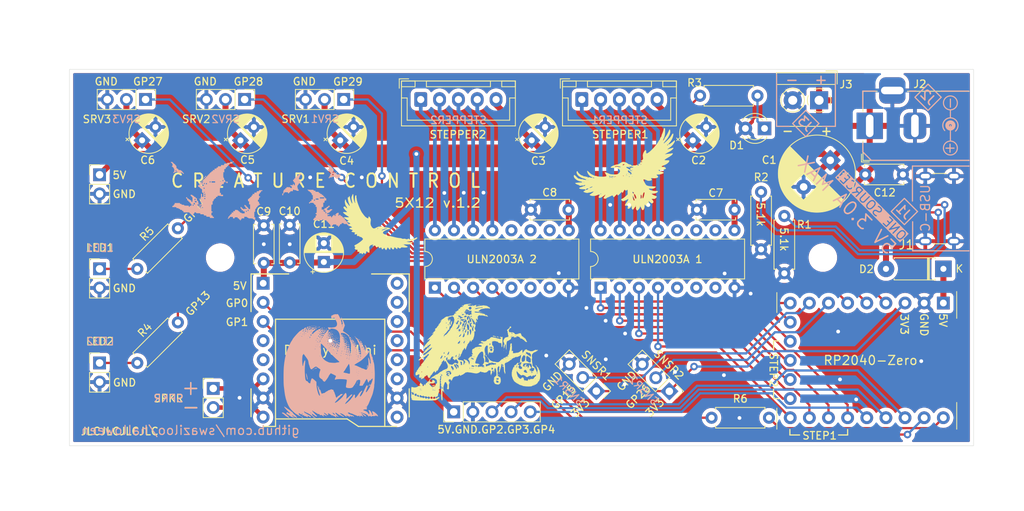
<source format=kicad_pcb>
(kicad_pcb (version 20241229) (generator "pcbnew") (generator_version "9.0")
  (layers (0 "F.Cu" signal) (2 "B.Cu" signal) (13 "F.Paste" user) (15 "B.Paste" user) (5 "F.SilkS" user "F.Silkscreen") (7 "B.SilkS" user "B.Silkscreen") (1 "F.Mask" user) (3 "B.Mask" user) (25 "Edge.Cuts" user))
  (net 0 "")
  (net 1 "5V")
  (net 2 "GND")
  (net 3 "3V3")
  (net 4 "GP0")
  (net 5 "GP1")
  (net 6 "GP2")
  (net 7 "GP3")
  (net 8 "GP4")
  (net 9 "GP5")
  (net 10 "GP6")
  (net 11 "GP7")
  (net 12 "GP8")
  (net 13 "GP9")
  (net 14 "GP10")
  (net 15 "GP11")
  (net 16 "GP12")
  (net 17 "GP13")
  (net 18 "GP14")
  (net 19 "GP15")
  (net 20 "GP26")
  (net 21 "GP27")
  (net 22 "GP28")
  (net 23 "GP29")
  (net 24 "SPKR+")
  (net 25 "SPKR-")
  (net 26 "LED1")
  (net 27 "LED2")
  (net 28 "S1-1")
  (net 29 "S1-2")
  (net 30 "S1-3")
  (net 31 "S1-4")
  (net 32 "S2-1")
  (net 33 "S2-2")
  (net 34 "S2-3")
  (net 35 "S2-4")
  (net 36 "RP-5V")
  (net 37 "D1")
  (net 38 "A5")
  (net 39 "B5")
  (net 40 "DFRX")
  (footprint "Connector_JST:JST_XH_B5B-XH-A_1x05_P2.50mm_Vertical" (layer "F.Cu") (at 126.625 34)
    (property "Reference" "STEPPER2")
    (property "Value" "JST_XH_B5B-XH-A_1x05_P2.50mm_Vertical")
  )
  (footprint "Capacitor_THT:C_Disc_D5.0mm_W2.5mm_P5.00mm" (layer "F.Cu") (at 105.791375 55.7121 90)
    (property "Reference" "C9")
    (property "Value" "C_Disc_D5.0mm_W2.5mm_P5.00mm")
  )
  (footprint "Connector_PinHeader_2.54mm:PinHeader_1x02_P2.54mm_Vertical" (layer "F.Cu") (at 84 69)
    (property "Reference" "LED2")
    (property "Value" "PinHeader_1x02_P2.54mm_Vertical")
  )
  (footprint "Resistor_THT:R_Axial_DIN0207_L6.3mm_D2.5mm_P7.62mm_Horizontal" (layer "F.Cu") (at 89 69 45)
    (property "Reference" "R4")
    (property "Value" "2.2 kΩ")
  )
  (footprint "Connector_PinHeader_2.54mm:PinHeader_1x03_P2.54mm_Vertical" (layer "F.Cu") (at 103.25 34 -90)
    (property "Reference" "SRV2")
    (property "Value" "PinHeader_1x03_P2.54mm_Vertical")
  )
  (footprint "Capacitor_THT:CP_Radial_D5.0mm_P2.50mm" (layer "F.Cu") (at 115.933411 39.426548 45)
    (property "Reference" "C4")
    (property "Value" "CP_Radial_D5.0mm_P2.50mm")
  )
  (footprint "TerminalBlock_4Ucon:TerminalBlock_4Ucon_1x02_P3.50mm_Horizontal" (layer "F.Cu") (at 179.5 34.102759 180)
    (property "Reference" "J3")
    (property "Value" "TerminalBlock_4Ucon_1x02_P3.50mm_Horizontal")
  )
  (footprint "Capacitor_THT:C_Disc_D5.0mm_W2.5mm_P5.00mm" (layer "F.Cu") (at 146.241188 48.64 180)
    (property "Reference" "C8")
    (property "Value" "10nf")
  )
  (footprint "LED_THT:LED_D3.0mm" (layer "F.Cu") (at 172.256099 37.842402 180)
    (property "Reference" "D1")
    (property "Value" "LED_D3.0mm")
  )
  (footprint "cayenne:DFPlayer Mini" (layer "F.Cu") (at 114.599377 67.306729)
    (property "Reference" "DFPlayer Mini")
    (property "Value" "DFPlayer Mini")
  )
  (footprint "Connector_PinHeader_2.54mm:PinHeader_1x02_P2.54mm_Vertical" (layer "F.Cu") (at 99.083789 72.386729)
    (property "Reference" "SPKR")
    (property "Value" "PinHeader_1x02_P2.54mm_Vertical")
  )
  (footprint "Resistor_THT:R_Axial_DIN0207_L6.3mm_D2.5mm_P7.62mm_Horizontal" (layer "F.Cu") (at 163.7 33.5)
    (property "Reference" "R3")
    (property "Value" "2.2 kΩ")
  )
  (footprint "Resistor_THT:R_Axial_DIN0207_L6.3mm_D2.5mm_P7.62mm_Horizontal" (layer "F.Cu") (at 174.883715 57.093486 90)
    (property "Reference" "R1")
    (property "Value" "5.1 kΩ" (hide yes))
  )
  (footprint "Capacitor_THT:C_Disc_D5.0mm_W2.5mm_P5.00mm" (layer "F.Cu") (at 185.624178 43.958515)
    (property "Reference" "C12")
    (property "Value" "C_Disc_D5.0mm_W2.5mm_P5.00mm")
  )
  (footprint "Connector_PinHeader_2.54mm:PinHeader_1x02_P2.54mm_Vertical" (layer "F.Cu") (at 84 44)
    (property "Reference" "5V")
    (property "Value" "PinHeader_1x02_P2.54mm_Vertical")
  )
  (footprint "Diode_THT:D_DO-41_SOD81_P7.62mm_Horizontal" (layer "F.Cu") (at 195.997177 56.5 180)
    (property "Reference" "D2")
    (property "Value" "D_DO-41_SOD81_P7.62mm_Horizontal")
  )
  (footprint "Connector_PinHeader_2.54mm:PinHeader_1x03_P2.54mm_Vertical" (layer "F.Cu") (at 149.931517 72.743026 -135)
    (property "Reference" "SNSR1")
    (property "Value" "PinHeader_1x03_P2.54mm_Vertical")
  )
  (footprint "MountingHole:MountingHole_3.2mm_M3" (layer "F.Cu") (at 180 55)
    (property "Reference" "REF**" (hide yes))
    (property "Value" "MountingHole_3.2mm_M3" (hide yes))
  )
  (footprint "Connector_JST:JST_XH_B5B-XH-A_1x05_P2.50mm_Vertical" (layer "F.Cu") (at 148 34)
    (property "Reference" "STEPPER1")
    (property "Value" "JST_XH_B5B-XH-A_1x05_P2.50mm_Vertical")
  )
  (footprint "Resistor_THT:R_Axial_DIN0207_L6.3mm_D2.5mm_P7.62mm_Horizontal" (layer "F.Cu") (at 89 56.5 45)
    (property "Reference" " R5")
    (property "Value" "2.2 kΩ")
  )
  (footprint "Connector_PinHeader_2.54mm:PinHeader_1x03_P2.54mm_Vertical" (layer "F.Cu") (at 116.4 34 -90)
    (property "Reference" "SRV1")
    (property "Value" "PinHeader_1x03_P2.54mm_Vertical")
  )
  (footprint "Package_DIP:DIP-16_W7.62mm" (layer "F.Cu") (at 150.5 59 90)
    (property "Reference" "ULN2003A 1")
    (property "Value" "DIP-16_W7.62mm")
  )
  (footprint "Connector_BarrelJack:BarrelJack_Horizontal" (layer "F.Cu") (at 186.215963 37.5 180)
    (property "Reference" "J2")
    (property "Value" "BarrelJack_Horizontal")
  )
  (footprint "Capacitor_THT:C_Disc_D5.0mm_W2.5mm_P5.00mm" (layer "F.Cu") (at 168.289293 48.64 180)
    (property "Reference" "C7")
    (property "Value" "10nf")
  )
  (footprint "Capacitor_THT:C_Disc_D5.0mm_W2.5mm_P5.00mm" (layer "F.Cu") (at 109.231536 55.657774 90)
    (property "Reference" "C10")
    (property "Value" "C_Disc_D5.0mm_W2.5mm_P5.00mm")
  )
  (footprint "cayenne:Crow-Flying" (layer "F.Cu") (at 153.669487 43.252293)
    (property "Reference" "G***" (hide yes))
    (property "Value" "LOGO" (hide yes))
  )
  (footprint "cayenne:Crow-Standing01" (layer "F.Cu") (at 134.100479 66.476492)
    (property "Reference" "G***" (hide yes))
    (property "Value" "LOGO" (hide yes))
  )
  (footprint "Resistor_THT:R_Axial_DIN0207_L6.3mm_D2.5mm_P7.62mm_Horizontal" (layer "F.Cu") (at 171.799165 53.906941 90)
    (property "Reference" "R2")
    (property "Value" "5.1 kΩ" (hide yes))
  )
  (footprint "Connector_USB:USB_C_Receptacle_GCT_USB4125-xx-x-0190_6P_TopMnt_Horizontal" (layer "F.Cu") (at 196.594144 48.5 90)
    (property "Reference" "J1")
    (property "Value" "USB_C_Receptacle_GCT_USB4125-xx-x-0190_6P_TopMnt_Horizontal")
  )
  (footprint "MountingHole:MountingHole_3.2mm_M3" (layer "F.Cu") (at 100 55)
    (property "Reference" "REF**" (hide yes))
    (property "Value" "MountingHole_3.2mm_M3" (hide yes))
  )
  (footprint "Capacitor_THT:CP_Radial_D5.0mm_P2.50mm" (layer "F.Cu") (at 162.732229 39.420164 45)
    (property "Reference" "C2")
    (property "Value" "CP_Radial_D5.0mm_P2.50mm")
  )
  (footprint "Connector_PinHeader_2.54mm:PinHeader_1x05_P2.54mm_Vertical" (layer "F.Cu") (at 131 75.5 90)
    (property "Reference" "REF**" (hide yes))
    (property "Value" "PinHeader_1x05_P2.54mm_Vertical")
  )
  (footprint "Capacitor_THT:CP_Radial_D5.0mm_P2.50mm" (layer "F.Cu") (at 141.355477 39.421024 45)
    (property "Reference" "C3")
    (property "Value" "CP_Radial_D5.0mm_P2.50mm")
  )
  (footprint "Connector_PinHeader_2.54mm:PinHeader_1x03_P2.54mm_Vertical" (layer "F.Cu") (at 90.1 34 -90)
    (property "Reference" "SRV3")
    (property "Value" "PinHeader_1x03_P2.54mm_Vertical")
  )
  (footprint "Package_DIP:DIP-16_W7.62mm" (layer "F.Cu") (at 128.5 59 90)
    (property "Reference" "ULN2003A 2")
    (property "Value" "DIP-16_W7.62mm")
  )
  (footprint "Connector_PinHeader_2.54mm:PinHeader_1x03_P2.54mm_Vertical" (layer "F.Cu") (at 159.621711 72.767512 -135)
    (property "Reference" "SNSR2")
    (property "Value" "PinHeader_1x03_P2.54mm_Vertical")
  )
  (footprint "cayenne:Crow-Flying2" (layer "F.Cu") (at 121.215837 50.559109)
    (property "Reference" "G***" (hide yes))
    (property "Value" "LOGO" (hide yes))
  )
  (footprint "Capacitor_THT:CP_Radial_D10.0mm_P5.00mm" (layer "F.Cu") (at 180.981379 42.078941 -135)
    (property "Reference" "C1")
    (property "Value" "CP_Radial_D10.0mm_P5.00mm")
  )
  (footprint "cayenne:RP2040 Zero" (layer "F.Cu") (at 173 58.5 -90)
    (property "Reference" "RP2040-Zero")
    (property "Value" "RP2040 Zero")
  )
  (footprint "Capacitor_THT:CP_Radial_D5.0mm_P2.50mm" (layer "F.Cu") (at 89.642206 39.42181 45)
    (property "Reference" "C6")
    (property "Value" "CP_Radial_D5.0mm_P2.50mm")
  )
  (footprint "Resistor_THT:R_Axial_DIN0207_L6.3mm_D2.5mm_P7.62mm_Horizontal" (layer "F.Cu") (at 172.845065 76.28 180)
    (property "Reference" "R6")
    (property "Value" "5.1 kΩ" (hide yes))
  )
  (footprint "Connector_PinHeader_2.54mm:PinHeader_1x02_P2.54mm_Vertical" (layer "F.Cu") (at 84 56.5)
    (property "Reference" "LED1")
    (property "Value" "PinHeader_1x02_P2.54mm_Vertical")
  )
  (footprint "Capacitor_THT:CP_Radial_D5.0mm_P2.50mm" (layer "F.Cu") (at 102.701912 39.433678 45)
    (property "Reference" "C5")
    (property "Value" "CP_Radial_D5.0mm_P2.50mm")
  )
  (footprint "Capacitor_THT:CP_Radial_D5.0mm_P2.50mm" (layer "F.Cu") (at 113.763546 55.589097 90)
    (property "Reference" "C11")
    (property "Value" "CP_Radial_D5.0mm_P2.50mm")
  )
  (footprint "cayenne:Bats01" (layer "B.Cu") (at 105.242184 46.604138 180)
    (property "Reference" "G***" (hide yes))
    (property "Value" "LOGO" (hide yes))
  )
  (footprint "cayenne:Pumpkin01" (layer "B.Cu") (at 114.3345 69.476553 180)
    (property "Reference" "G***" (hide yes))
    (property "Value" "LOGO" (hide yes))
  )
  (footprint "Symbol:Symbol_Barrel_Polarity" (layer "B.Cu") (at 196.85139 37.448943 -90)
    (property "Reference" "REF**" (hide yes))
    (property "Value" "Symbol_Barrel_Polarity" (hide yes))
  )
  (gr_line (start 173.453463 73.734742) (end 173.452176 72.472269) (stroke (width 0.16)) (layer "F.SilkS"))
  (gr_line (start 183.286454 78.572126) (end 182.077272 78.570099) (stroke (width 0.16)) (layer "F.SilkS"))
  (gr_line (start 175.621825 78.572127) (end 176.905732 78.570099) (stroke (width 0.16)) (layer "F.SilkS"))
  (gr_line (start 175.621825 77.83944) (end 175.621825 78.572127) (stroke (width 0.16)) (layer "F.SilkS"))
  (gr_line (start 174.186149 66.070113) (end 173.453462 66.070113) (stroke (width 0.16)) (layer "F.SilkS"))
  (gr_line (start 173.453462 66.070113) (end 173.455652 67.352861) (stroke (width 0.16)) (layer "F.SilkS"))
  (gr_line (start 183.28594 77.839439) (end 183.28594 78.572126) (stroke (width 0.16)) (layer "F.SilkS"))
  (gr_line (start 174.18615 73.734228) (end 173.453463 73.734228) (stroke (width 0.16)) (layer "F.SilkS"))
  (gr_poly (pts (xy 175.986992 37.189923) (xy 177.732236 35.444679) (xy 179.47748 37.189923) (xy 177.732236 38.935167)) (stroke (width 0.16)) (fill no) (layer "B.SilkS"))
  (gr_line (start 173.85631 37.56661) (end 175.52 37.56661) (stroke (width 0.16)) (layer "B.SilkS"))
  (gr_line (start 181.663357 37.56661) (end 181.663357 30.588113) (stroke (width 0.16)) (layer "B.SilkS"))
  (gr_line (start 199.404262 42.844247) (end 191.888958 42.844247) (stroke (width 0.16)) (layer "B.SilkS"))
  (gr_line (start 191.912298 54.105533) (end 199.392592 54.105533) (stroke (width 0.16)) (layer "B.SilkS"))
  (gr_poly (pts (xy 189.070977 48.880938) (xy 190.816221 47.135694) (xy 192.561465 48.880938) (xy 190.816221 50.626182)) (stroke (width 0.16)) (fill no) (layer "B.SilkS"))
  (gr_line (start 179.93 37.56661) (end 181.663357 37.56661) (stroke (width 0.16)) (layer "B.SilkS"))
  (gr_line (start 185.303343 40.965422) (end 186.415857 42.077936) (stroke (width 0.16)) (layer "B.SilkS"))
  (gr_line (start 192.37 32.882192) (end 191.496077 32.882192) (stroke (width 0.16)) (layer "B.SilkS"))
  (gr_line (start 185.303343 39.76733) (end 185.303343 40.965422) (stroke (width 0.16)) (layer "B.SilkS"))
  (gr_line (start 185.295563 32.889971) (end 185.295563 35.161678) (stroke (width 0.16)) (layer "B.SilkS"))
  (gr_line (start 173.85631 30.658132) (end 173.85631 37.56661) (stroke (width 0.16)) (layer "B.SilkS"))
  (gr_line (start 199.307014 32.889971) (end 195.68 32.889971) (stroke (width 0.16)) (layer "B.SilkS"))
  (gr_line (start 186.415857 42.077936) (end 199.384813 42.077936) (stroke (width 0.16)) (layer "B.SilkS"))
  (gr_poly (pts (xy 192.215006 33.70347) (xy 193.96025 31.958226) (xy 195.705494 33.70347) (xy 193.96025 35.448714)) (stroke (width 0.16)) (fill no) (layer "B.SilkS"))
  (gr_line (start 191.888958 42.844247) (end 191.888958 47.49) (stroke (width 0.16)) (layer "B.SilkS"))
  (gr_line (start 186.968224 32.889971) (end 185.295563 32.889971) (stroke (width 0.16)) (layer "B.SilkS"))
  (gr_line (start 191.912298 50.24) (end 191.912298 54.105533) (stroke (width 0.16)) (layer "B.SilkS"))
  (gr_rect (start 80 30) (end 200 80) (stroke (width 0.05)) (fill no) (layer "Edge.Cuts"))
  (gr_text "+    -" (at 177.899226 37.622315 180) (layer "F.SilkS") (effects (font (size 1.2 1.2) (thickness 0.2) (bold yes)) (justify bottom)))
  (gr_text "JLCJLCJLCJLC" (at 81.421967 78.676179 0) (layer "F.SilkS") (effects (font (size 1 1) (thickness 0.16)) (justify left bottom)))
  (gr_text "GP15" (at 144.538174 75.419156 45) (layer "F.SilkS") (effects (font (size 1 1) (thickness 0.16)) (justify left bottom)))
  (gr_text "GND" (at 85.654808 59.668404 0) (layer "F.SilkS") (effects (font (size 1 1) (thickness 0.16)) (justify left bottom)))
  (gr_text "GP28" (at 101.701871 32.214825 0) (layer "F.SilkS") (effects (font (size 1 1) (thickness 0.16)) (justify left bottom)))
  (gr_text "GND" (at 85.681041 72.202318 0) (layer "F.SilkS") (effects (font (size 1 1) (thickness 0.16)) (justify left bottom)))
  (gr_text "GP26" (at 154.430261 75.352323 45) (layer "F.SilkS") (effects (font (size 1 1) (thickness 0.16)) (justify left bottom)))
  (gr_text "STEP1" (at 177.178295 79.244312 0) (layer "F.SilkS") (effects (font (size 1 1) (thickness 0.16)) (justify left bottom)))
  (gr_text "5X12 v.1.2" (at 128.876013 48.448839 0) (layer "F.SilkS") (effects (font (size 1.2 1.4) (thickness 0.18)) (justify bottom)))
  (gr_text "GP27" (at 88.351161 32.207005 0) (layer "F.SilkS") (effects (font (size 1 1) (thickness 0.16)) (justify left bottom)))
  (gr_text "GP14" (at 95.724922 50.604124 45) (layer "F.SilkS") (effects (font (size 1 1) (thickness 0.16)) (justify left bottom)))
  (gr_text "C R E A T U R E  C O N T R O L" (at 114 45.849534 0) (layer "F.SilkS") (effects (font (size 1.8 1.6) (thickness 0.25)) (justify bottom)))
  (gr_text "GP1" (at 100.655608 64.163509 0) (layer "F.SilkS") (effects (font (size 1 1) (thickness 0.16)) (justify left bottom)))
  (gr_text "5.1k" (at 171.154541 47.573242 -90) (layer "F.SilkS") (effects (font (size 1 1) (thickness 0.16)) (justify left bottom)))
  (gr_text "GP0" (at 100.655608 61.639468 0) (layer "F.SilkS") (effects (font (size 1 1) (thickness 0.16)) (justify left bottom)))
  (gr_text "5V.GND.GP2.GP3.GP4" (at 128.742736 78.435975 0) (layer "F.SilkS") (effects (font (size 1 1) (thickness 0.16)) (justify left bottom)))
  (gr_text "5V" (at 195.360458 62.323938 -90) (layer "F.SilkS") (effects (font (size 1 1) (thickness 0.16)) (justify left bottom)))
  (gr_text "+" (at 94.732843 73.410356 0) (layer "F.SilkS") (effects (font (size 2 2) (thickness 0.2)) (justify left bottom)))
  (gr_text "-" (at 94.744438 75.96121 0) (layer "F.SilkS") (effects (font (size 2 2) (thickness 0.2)) (justify left bottom)))
  (gr_text "GND" (at 192.839797 62.300598 -90) (layer "F.SilkS") (effects (font (size 1 1) (thickness 0.16)) (justify left bottom)))
  (gr_text "GND" (at 109.55 32.2 0) (layer "F.SilkS") (effects (font (size 1 1) (thickness 0.16)) (justify left bottom)))
  (gr_text "GND" (at 83.25 32.2 0) (layer "F.SilkS") (effects (font (size 1 1) (thickness 0.16)) (justify left bottom)))
  (gr_text "3V3" (at 190.225778 62.382286 -90) (layer "F.SilkS") (effects (font (size 1 1) (thickness 0.16)) (justify left bottom)))
  (gr_text "GND" (at 96.4 32.2 0) (layer "F.SilkS") (effects (font (size 1 1) (thickness 0.16)) (justify left bottom)))
  (gr_text "STEP2" (at 172.857866 67.533587 270) (layer "F.SilkS") (effects (font (size 1 1) (thickness 0.16)) (justify left bottom)))
  (gr_text "GND" (at 153.24201 72.959318 45) (layer "F.SilkS") (effects (font (size 1 1) (thickness 0.16)) (justify left bottom)))
  (gr_text "3V3" (at 147.186984 76.450623 45) (layer "F.SilkS") (effects (font (size 1 1) (thickness 0.16)) (justify left bottom)))
  (gr_text "GP29" (at 114.901397 32.227858 0) (layer "F.SilkS") (effects (font (size 1 1) (thickness 0.16)) (justify left bottom)))
  (gr_text "GP13" (at 96.018416 62.989536 45) (layer "F.SilkS") (effects (font (size 1 1) (thickness 0.16)) (justify left bottom)))
  (gr_text "GND" (at 85.646319 47.154857 0) (layer "F.SilkS") (effects (font (size 1 1) (thickness 0.16)) (justify left bottom)))
  (gr_text "3V3" (at 157.079071 76.400295 45) (layer "F.SilkS") (effects (font (size 1 1) (thickness 0.16)) (justify left bottom)))
  (gr_text "GND" (at 143.366427 73.02615 45) (layer "F.SilkS") (effects (font (size 1 1) (thickness 0.16)) (justify left bottom)))
  (gr_text "5.1k" (at 174.249687 50.880606 -90) (layer "F.SilkS") (effects (font (size 1 1) (thickness 0.16)) (justify left bottom)))
  (gr_text "SRV3" (at 87.570003 36.619441 -0) (layer "B.SilkS") (effects (font (size 1 1)) (justify mirror)))
  (gr_text "J2" (at 193.962815 33.696554 -45) (layer "B.SilkS") (effects (font (size 1.2 1.2) (thickness 0.2) (bold yes)) (justify mirror)))
  (gr_text "ONE SOURCE!" (at 185.96882 48.635029 315) (layer "B.SilkS" knockout) (effects (font (size 1.2 1.2) (thickness 0.16)) (justify bottom mirror)))
  (gr_text "+" (at 197.849028 41.176937 0) (layer "B.SilkS") (effects (font (size 1.4 1.4) (thickness 0.16)) (justify left bottom mirror)))
  (gr_text "SRV2" (at 100.724702 36.619441 -0) (layer "B.SilkS") (effects (font (size 1 1)) (justify mirror)))
  (gr_text "LED2" (at 84.104094 66.13218 -0) (layer "B.SilkS") (effects (font (size 1 1)) (justify mirror)))
  (gr_text "STEPPER2" (at 131.625 36.75 -0) (layer "B.SilkS") (effects (font (size 1 1) (thickness 0.16)) (justify mirror)))
  (gr_text "github.com/swaziloo/halloween" (at 96.035723 78.654802 0) (layer "B.SilkS") (effects (font (size 1.2 1.2) (thickness 0.16)) (justify bottom mirror)))
  (gr_text "SNSR2" (at 156.204134 72.654409 315) (layer "B.SilkS") (effects (font (size 1 1)) (justify mirror)))
  (gr_text "+  -" (at 177.823778 30.744201 180) (layer "B.SilkS") (effects (font (size 1.4 1.4) (thickness 0.2) (bold yes)) (justify bottom)))
  (gr_text "LED1" (at 83.999067 53.73893 -0) (layer "B.SilkS") (effects (font (size 1 1)) (justify mirror)))
  (gr_text "SPKR" (at 93.156838 73.710112 -0) (layer "B.SilkS") (effects (font (size 1 1) (thickness 0.16)) (justify mirror)))
  (gr_text "-" (at 94.759487 73.935046 180) (layer "B.SilkS") (effects (font (size 2 2) (thickness 0.2)) (justify left bottom mirror)))
  (gr_text "SNSR1" (at 146.324424 72.717115 315) (layer "B.SilkS") (effects (font (size 1 1)) (justify mirror)))
  (gr_text "SRV1" (at 113.905659 36.593184 -0) (layer "B.SilkS") (effects (font (size 1 1)) (justify mirror)))
  (gr_text "5V 3.0A MAX" (at 182.457753 48.824816 -45) (layer "B.SilkS") (effects (font (size 1.8 1.8) (thickness 0.2)) (justify bottom mirror)))
  (gr_text "J1" (at 190.752767 48.886909 -45) (layer "B.SilkS") (effects (font (size 1.2 1.2) (thickness 0.2) (bold yes)) (justify mirror)))
  (gr_text "-" (at 197.638973 33.509926 90) (layer "B.SilkS") (effects (font (size 1.4 1.4) (thickness 0.16)) (justify left bottom mirror)))
  (gr_text "STEPPER1" (at 153 36.75 -0) (layer "B.SilkS") (effects (font (size 1 1) (thickness 0.16)) (justify mirror)))
  (gr_text "J3" (at 177.683012 37.228193 -45) (layer "B.SilkS") (effects (font (size 1.2 1.2) (thickness 0.2) (bold yes)) (justify mirror)))
  (gr_text "USB-C" (at 194.310184 48.426754 90) (layer "B.SilkS") (effects (font (size 1.2 1.2) (thickness 0.16)) (justify bottom mirror)))
  (gr_text "+" (at 94.731371 71.37643 180) (layer "B.SilkS") (effects (font (size 2 2) (thickness 0.2)) (justify left bottom mirror)))
  (segment (start 113.86 34) (end 113.86 37.353137) (width 0.8) (layer "F.Cu") (net 1))
  (segment (start 109.17721 55.7121) (end 109.231536 55.657774) (width 0.8) (layer "F.Cu") (net 1))
  (segment (start 162.732229 39.420164) (end 161.55372 38.241655) (width 0.3) (layer "F.Cu") (net 1))
  (segment (start 146.28 51.38) (end 146.28 48.678812) (width 0.8) (layer "F.Cu") (net 1))
  (segment (start 161.55372 38.241655) (end 161.55372 35.64628) (width 0.3) (layer "F.Cu") (net 1))
  (segment (start 185.91813 46.98) (end 186.075348 46.98) (width 0.8) (layer "F.Cu") (net 1))
  (segment (start 141.355477 39.421024) (end 136.625 34.690547) (width 0.8) (layer "F.Cu") (net 1))
  (segment (start 158 34.687935) (end 158 34) (width 0.8) (layer "F.Cu") (net 1))
  (segment (start 189.115348 50.02) (end 192.914144 50.02) (width 0.66) (layer "F.Cu") (net 1))
  (segment (start 162.732229 39.420164) (end 164.547438 41.235373) (width 0.8) (layer "F.Cu") (net 1))
  (segment (start 146.241188 41.236635) (end 146.24245 41.235373) (width 0.8) (layer "F.Cu") (net 1))
  (segment (start 126.042781 41.235373) (end 143.918949 41.235373) (width 0.8) (layer "F.Cu") (net 1))
  (segment (start 100.71 37.441766) (end 102.701912 39.433678) (width 0.8) (layer "F.Cu") (net 1))
  (segment (start 104.503607 41.235373) (end 105.609609 41.235373) (width 0.8) (layer "F.Cu") (net 1))
  (segment (start 148.560708 41.235373) (end 165.434517 41.235373) (width 0.8) (layer "F.Cu") (net 1))
  (segment (start 86.764627 41.235373) (end 84 44) (width 0.8) (layer "F.Cu") (net 1))
  (segment (start 100.71 34) (end 100.71 37.441766) (width 0.8) (layer "F.Cu") (net 1))
  (segment (start 87.56 34) (end 87.56 37.339604) (width 0.8) (layer "F.Cu") (net 1))
  (segment (start 146.28 48.678812) (end 146.241188 48.64) (width 0.8) (layer "F.Cu") (net 1))
  (segment (start 146.24245 41.235373) (end 148.560708 41.235373) (width 0.8) (layer "F.Cu") (net 1))
  (segment (start 113.86 37.353137) (end 115.933411 39.426548) (width 0.8) (layer "F.Cu") (net 1))
  (segment (start 168.28 51.38) (end 168.279999 41.235373) (width 0.8) (layer "F.Cu") (net 1))
  (segment (start 105.791375 55.7121) (end 109.17721 55.7121) (width 0.8) (layer "F.Cu") (net 1))
  (segment (start 141.355477 39.421024) (end 143.169826 41.235373) (width 0.8) (layer "F.Cu") (net 1))
  (segment (start 188.377177 49.281829) (end 183.353128 44.560938) (width 0.8) (layer "F.Cu") (net 1))
  (segment (start 91.455769 41.235373) (end 91.862905 41.235373) (width 0.8) (layer "F.Cu") (net 1))
  (segment (start 143.918949 41.235373) (end 146.24245 41.235373) (width 0.8) (layer "F.Cu") (net 1))
  (segment (start 126.042781 41.235373) (end 118.54221 41.235373) (width 0.8) (layer "F.Cu") (net 1))
  (segment (start 162.732229 39.420164) (end 158 34.687935) (width 0.8) (layer "F.Cu") (net 1))
  (segment (start 115.933411 39.426548) (end 117.742236 41.235373) (width 0.8) (layer "F.Cu") (net 1))
  (segment (start 89.642206 39.42181) (end 91.455769 41.235373) (width 0.8) (layer "F.Cu") (net 1))
  (segment (start 105.791375 55.7121) (end 105.791375 58.334731) (width 0.8) (layer "F.Cu") (net 1))
  (segment (start 105.609609 41.235373) (end 91.862905 41.235373) (width 0.8) (layer "F.Cu") (net 1))
  (segment (start 113.694869 55.657774) (end 113.763546 55.589097) (width 0.8) (layer "F.Cu") (net 1))
  (segment (start 186.075348 46.98) (end 192.914144 46.98) (width 0.66) (layer "F.Cu") (net 1))
  (segment (start 146.241188 48.64) (end 146.241188 41.236635) (width 0.8) (layer "F.Cu") (net 1))
  (segment (start 168.28 41.235374) (end 168.279999 41.235373) (width 0.8) (layer "F.Cu") (net 1))
  (segment (start 87.56 37.339604) (end 89.642206 39.42181) (width 0.8) (layer "F.Cu") (net 1))
  (segment (start 165.434517 41.235373) (end 171.106946 41.235373) (width 0.8) (layer "F.Cu") (net 1))
  (segment (start 188.377177 49.281829) (end 188.377177 56.5) (width 0.8) (layer "F.Cu") (net 1))
  (segment (start 183.499068 44.560938) (end 185.91813 46.98) (width 0.8) (layer "F.Cu") (net 1))
  (segment (start 109.231536 55.657774) (end 113.694869 55.657774) (width 0.8) (layer "F.Cu") (net 1))
  (segment (start 164.547438 41.235373) (end 165.434517 41.235373) (width 0.8) (layer "F.Cu") (net 1))
  (segment (start 91.862905 41.235373) (end 86.764627 41.235373) (width 0.8) (layer "F.Cu") (net 1))
  (segment (start 180.027563 41.235373) (end 183.353128 44.560938) (width 0.8) (layer "F.Cu") (net 1))
  (segment (start 188.377177 49.281829) (end 189.115348 50.02) (width 0.8) (layer "F.Cu") (net 1))
  (segment (start 161.55372 35.64628) (end 163.7 33.5) (width 0.3) (layer "F.Cu") (net 1))
  (segment (start 118.54221 41.235373) (end 105.609609 41.235373) (width 0.8) (layer "F.Cu") (net 1))
  (segment (start 117.742236 41.235373) (end 118.54221 41.235373) (width 0.8) (layer "F.Cu") (net 1))
  (segment (start 105.791375 58.334731) (end 105.709377 58.416729) (width 0.8) (layer "F.Cu") (net 1))
  (segment (start 102.701912 39.433678) (end 104.503607 41.235373) (width 0.8) (layer "F.Cu") (net 1))
  (segment (start 143.169826 41.235373) (end 143.918949 41.235373) (width 0.8) (layer "F.Cu") (net 1))
  (segment (start 171.106946 41.235373) (end 180.027563 41.235373) (width 0.8) (layer "F.Cu") (net 1))
  (segment (start 136.625 34.690547) (end 136.625 34) (width 0.8) (layer "F.Cu") (net 1))
  (via (at 126.042781 41.235373) (size 1) (drill 0.5) (layers "F.Cu" "B.Cu") (net 1))
  (segment (start 117.753028 55.589097) (end 126.0955 47.246625) (width 0.8) (layer "B.Cu") (net 1))
  (segment (start 126.05684 41.249432) (end 126.05684 47.207965) (width 0.8) (layer "B.Cu") (net 1))
  (segment (start 114.610535 55.589097) (end 117.753028 55.589097) (width 0.8) (layer "B.Cu") (net 1))
  (segment (start 114.487532 55.7121) (end 114.610535 55.589097) (width 0.8) (layer "B.Cu") (net 1))
  (segment (start 126.042781 41.235373) (end 126.05684 41.249432) (width 0.8) (layer "B.Cu") (net 1))
  (segment (start 126.0955 70.5955) (end 131 75.5) (width 0.8) (layer "B.Cu") (net 1))
  (segment (start 113.763546 55.589097) (end 114.610535 55.589097) (width 0.8) (layer "B.Cu") (net 1))
  (segment (start 126.05684 47.207965) (end 126.0955 47.246625) (width 0.8) (layer "B.Cu") (net 1))
  (segment (start 126.0955 47.246625) (end 126.0955 70.5955) (width 0.8) (layer "B.Cu") (net 1))
  (segment (start 192.215963 37.5) (end 192.215963 45.051819) (width 0.3) (layer "F.Cu") (net 2))
  (segment (start 192.914144 51.25) (end 193.594144 51.93) (width 0.3) (layer "F.Cu") (net 2))
  (segment (start 193.594144 51.93) (end 193.594144 52.82) (width 0.3) (layer "F.Cu") (net 2))
  (segment (start 193.594144 45.07) (end 193.594144 44.18) (width 0.3) (layer "F.Cu") (net 2))
  (segment (start 196.552841 45.75) (end 197.415978 46.613137) (width 0.3) (layer "F.Cu") (net 2))
  (segment (start 196.45508 51.25) (end 192.914144 51.25) (width 0.3) (layer "F.Cu") (net 2))
  (segment (start 192.215963 45.051819) (end 192.914144 45.75) (width 0.3) (layer "F.Cu") (net 2))
  (segment (start 192.914144 45.75) (end 196.552841 45.75) (width 0.3) (layer "F.Cu") (net 2))
  (segment (start 197.415978 50.289102) (end 196.45508 51.25) (width 0.3) (layer "F.Cu") (net 2))
  (segment (start 192.914144 45.75) (end 193.594144 45.07) (width 0.3) (layer "F.Cu") (net 2))
  (segment (start 197.415978 46.613137) (end 197.415978 50.289102) (width 0.3) (layer "F.Cu") (net 2))
  (via (at 143.288163 68.019413) (size 1) (drill 0.5) (layers "F.Cu" "B.Cu") (net 2))
  (via (at 156.840372 48) (size 1) (drill 0.5) (layers "F.Cu" "B.Cu") (net 2))
  (via (at 182.271906 71.189566) (size 1) (drill 0.5) (layers "F.Cu" "B.Cu") (net 2))
  (via (at 109.236348 53.226804) (size 1) (drill 0.5) (layers "F.Cu" "B.Cu") (net 2))
  (via (at 132.333194 46.39173) (size 1) (drill 0.5) (layers "F.Cu" "B.Cu") (net 2))
  (via (at 144.943175 57.074009) (size 1) (drill 0.5) (layers "F.Cu" "B.Cu") (net 2))
  (via (at 129.754666 46.414919) (size 1) (drill 0.5) (layers "F.Cu" "B.Cu") (net 2))
  (via (at 182.026764 64.829491) (size 1) (drill 0.5) (layers "F.Cu" "B.Cu") (net 2))
  (via (at 193.058158 68.76099) (size 1) (drill 0.5) (layers "F.Cu" "B.Cu") (net 2))
  (via (at 184.42283 73.84659) (size 1) (drill 0.5) (layers "F.Cu" "B.Cu") (net 2))
  (via (at 105.792695 53.226804) (size 1) (drill 0.5) (layers "F.Cu" "B.Cu") (net 2))
  (via (at 168.931431 76.31163) (size 1) (drill 0.5) (layers "F.Cu" "B.Cu") (net 2))
  (via (at 160.375328 70.201968) (size 1) (drill 0.5) (layers "F.Cu" "B.Cu") (net 2))
  (via (at 151.165343 63.391112) (size 1) (drill 0.5) (layers "F.Cu" "B.Cu") (net 2))
  (via (at 153.691603 71.828049) (size 1) (drill 0.5) (layers "F.Cu" "B.Cu") (net 2))
  (via (at 148.618462 61.68863) (size 1) (drill 0.5) (layers "F.Cu" "B.Cu") (net 2))
  (via (at 166.958517 57.116184) (size 1) (drill 0.5) (layers "F.Cu" "B.Cu") (net 2))
  (via (at 114.628929 66.050936) (size 1) (drill 0.5) (layers "F.Cu" "B.Cu") (net 2))
  (via (at 102.575427 73.62865) (size 1) (drill 0.5) (layers "F.Cu" "B.Cu") (net 2))
  (via (at 151.771283 48) (size 1) (drill 0.5) (layers "F.Cu" "B.Cu") (net 2))
  (via (at 118.797704 44.343744) (size 1) (drill 0.5) (layers "F.Cu" "B.Cu") (net 2))
  (via (at 170.414193 59.787266) (size 1) (drill 0.5) (layers "F.Cu" "B.Cu") (net 2))
  (via (at 154.285432 48) (size 1) (drill 0.5) (layers "F.Cu" "B.Cu") (net 2))
  (via (at 111.94953 44.343744) (size 1) (drill 0.5) (layers "F.Cu" "B.Cu") (net 2))
  (via (at 153.749222 65.093636) (size 1) (drill 0.5) (layers "F.Cu" "B.Cu") (net 2))
  (via (at 151.182191 68.517313) (size 1) (drill 0.5) (layers "F.Cu" "B.Cu") (net 2))
  (via (at 166.866013 70.62079) (size 1) (drill 0.5) (layers "F.Cu" "B.Cu") (net 2))
  (via (at 134.953617 46.37627) (size 1) (drill 0.5) (layers "F.Cu" "B.Cu") (net 2))
  (segment (start 103.040381 55.979118) (end 103.040381 70.987733) (width 0.8) (layer "B.Cu") (net 2))
  (segment (start 103.040381 70.987733) (end 105.709377 73.656729) (width 0.8) (layer "B.Cu") (net 2))
  (segment (start 105.792695 53.226804) (end 103.040381 55.979118) (width 0.8) (layer "B.Cu") (net 2))
  (segment (start 162.199556 70.184075) (end 162.199556 70.189667) (width 0.3) (layer "F.Cu") (net 3))
  (segment (start 149.931517 72.743026) (end 159.597225 72.743026) (width 0.3) (layer "F.Cu") (net 3))
  (segment (start 162.901565 69.482066) (end 162.199556 70.184075) (width 0.3) (layer "F.Cu") (net 3))
  (segment (start 162.199556 70.189667) (end 159.621711 72.767512) (width 0.3) (layer "F.Cu") (net 3))
  (via (at 162.901565 69.482066) (size 1) (drill 0.5) (layers "F.Cu" "B.Cu") (net 3))
  (segment (start 172.034793 67.434235) (end 184.512765 67.434235) (width 0.3) (layer "B.Cu") (net 3))
  (segment (start 162.901565 69.482066) (end 169.986962 69.482066) (width 0.3) (layer "B.Cu") (net 3))
  (segment (start 184.512765 67.434235) (end 190.907 61.04) (width 0.3) (layer "B.Cu") (net 3))
  (segment (start 169.986962 69.482066) (end 172.034793 67.434235) (width 0.3) (layer "B.Cu") (net 3))
  (segment (start 194.605771 77.661229) (end 174.226294 77.661229) (width 0.3) (layer "F.Cu") (net 4))
  (segment (start 195.987 76.28) (end 194.605771 77.661229) (width 0.3) (layer "F.Cu") (net 4))
  (segment (start 174.226294 77.661229) (end 172.845065 76.28) (width 0.3) (layer "F.Cu") (net 4))
  (segment (start 131.143528 71.854409) (end 126.612205 67.323086) (width 0.3) (layer "F.Cu") (net 5))
  (segment (start 126.612205 67.323086) (end 109.535734 67.323086) (width 0.3) (layer "F.Cu") (net 5))
  (segment (start 162.712508 77.242994) (end 147.627793 77.242994) (width 0.3) (layer "F.Cu") (net 5))
  (segment (start 142.239208 71.854409) (end 131.143528 71.854409) (width 0.3) (layer "F.Cu") (net 5))
  (segment (start 191.228525 78.511229) (end 163.980743 78.511229) (width 0.3) (layer "F.Cu") (net 5))
  (segment (start 109.535734 67.323086) (end 105.709377 63.496729) (width 0.3) (layer "F.Cu") (net 5))
  (segment (start 163.980743 78.511229) (end 162.712508 77.242994) (width 0.3) (layer "F.Cu") (net 5))
  (segment (start 147.627793 77.242994) (end 142.239208 71.854409) (width 0.3) (layer "F.Cu") (net 5))
  (via (at 191.228525 78.511229) (size 1) (drill 0.5) (layers "F.Cu" "B.Cu") (net 5))
  (segment (start 191.228525 78.511229) (end 191.228525 78.498475) (width 0.3) (layer "B.Cu") (net 5))
  (segment (start 191.228525 78.498475) (end 193.447 76.28) (width 0.3) (layer "B.Cu") (net 5))
  (segment (start 190.907 76.28) (end 184.626 69.999) (width 0.3) (layer "B.Cu") (net 6))
  (segment (start 138.025732 73.554268) (end 136.08 75.5) (width 0.3) (layer "B.Cu") (net 6))
  (segment (start 184.626 69.999) (end 175.169529 69.999) (width 0.3) (layer "B.Cu") (net 6))
  (segment (start 142.745026 73.554268) (end 138.025732 73.554268) (width 0.3) (layer "B.Cu") (net 6))
  (segment (start 160.839465 74.498) (end 143.688758 74.498) (width 0.3) (layer "B.Cu") (net 6))
  (segment (start 173.130529 72.038) (end 163.299463 72.038) (width 0.3) (layer "B.Cu") (net 6))
  (segment (start 163.299463 72.038) (end 160.839465 74.498) (width 0.3) (layer "B.Cu") (net 6))
  (segment (start 143.688758 74.498) (end 142.745026 73.554268) (width 0.3) (layer "B.Cu") (net 6))
  (segment (start 175.169529 69.999) (end 173.130529 72.038) (width 0.3) (layer "B.Cu") (net 6))
  (segment (start 140.064732 74.055268) (end 138.62 75.5) (width 0.3) (layer "B.Cu") (net 7))
  (segment (start 142.537506 74.055268) (end 140.064732 74.055268) (width 0.3) (layer "B.Cu") (net 7))
  (segment (start 188.367 76.28) (end 184.626 72.539) (width 0.3) (layer "B.Cu") (net 7))
  (segment (start 184.626 72.539) (end 163.506985 72.539) (width 0.3) (layer "B.Cu") (net 7))
  (segment (start 163.506985 72.539) (end 161.046986 74.999) (width 0.3) (layer "B.Cu") (net 7))
  (segment (start 161.046986 74.999) (end 143.481238 74.999) (width 0.3) (layer "B.Cu") (net 7))
  (segment (start 143.481238 74.999) (end 142.537506 74.055268) (width 0.3) (layer "B.Cu") (net 7))
  (segment (start 173.268529 73.04) (end 163.714506 73.04) (width 0.3) (layer "B.Cu") (net 8))
  (segment (start 184.488 74.941) (end 175.169529 74.941) (width 0.3) (layer "B.Cu") (net 8))
  (segment (start 185.827 76.28) (end 184.488 74.941) (width 0.3) (layer "B.Cu") (net 8))
  (segment (start 163.714506 73.04) (end 161.254506 75.5) (width 0.3) (layer "B.Cu") (net 8))
  (segment (start 175.169529 74.941) (end 173.268529 73.04) (width 0.3) (layer "B.Cu") (net 8))
  (segment (start 161.254506 75.5) (end 141.16 75.5) (width 0.3) (layer "B.Cu") (net 8))
  (segment (start 150.5 61.690171) (end 169.427363 61.690171) (width 0.3) (layer "F.Cu") (net 9))
  (segment (start 169.427363 61.690171) (end 175.127495 67.390303) (width 0.3) (layer "F.Cu") (net 9))
  (segment (start 176.119567 67.390303) (end 183.287 74.557736) (width 0.3) (layer "F.Cu") (net 9))
  (segment (start 175.127495 67.390303) (end 176.119567 67.390303) (width 0.3) (layer "F.Cu") (net 9))
  (segment (start 183.287 74.557736) (end 183.287 76.28) (width 0.3) (layer "F.Cu") (net 9))
  (via (at 150.5 61.690171) (size 1) (drill 0.5) (layers "F.Cu" "B.Cu") (net 9))
  (segment (start 150.5 59) (end 150.5 61.690171) (width 0.3) (layer "B.Cu") (net 9))
  (segment (start 175.11372 69.935288) (end 176.099345 69.935288) (width 0.3) (layer "F.Cu") (net 10))
  (segment (start 180.747 74.582943) (end 180.747 76.28) (width 0.3) (layer "F.Cu") (net 10))
  (segment (start 168.570015 63.391583) (end 175.11372 69.935288) (width 0.3) (layer "F.Cu") (net 10))
  (segment (start 176.099345 69.935288) (end 180.747 74.582943) (width 0.3) (layer "F.Cu") (net 10))
  (segment (start 153.04 63.391583) (end 168.570015 63.391583) (width 0.3) (layer "F.Cu") (net 10))
  (via (at 153.04 63.391583) (size 1) (drill 0.5) (layers "F.Cu" "B.Cu") (net 10))
  (segment (start 153.04 63.391583) (end 153.04 59) (width 0.3) (layer "B.Cu") (net 10))
  (segment (start 176.097189 72.473132) (end 178.207 74.582943) (width 0.3) (layer "F.Cu") (net 11))
  (segment (start 175.003762 72.473132) (end 176.097189 72.473132) (width 0.3) (layer "F.Cu") (net 11))
  (segment (start 178.207 74.582943) (end 178.207 76.28) (width 0.3) (layer "F.Cu") (net 11))
  (segment (start 155.58 65.091583) (end 167.622213 65.091583) (width 0.3) (layer "F.Cu") (net 11))
  (segment (start 167.622213 65.091583) (end 175.003762 72.473132) (width 0.3) (layer "F.Cu") (net 11))
  (via (at 155.58 65.091583) (size 1) (drill 0.5) (layers "F.Cu" "B.Cu") (net 11))
  (segment (start 155.58 65.091583) (end 155.58 59) (width 0.3) (layer "B.Cu") (net 11))
  (segment (start 158.12 66.814327) (end 166.201327 66.814327) (width 0.3) (layer "F.Cu") (net 12))
  (segment (start 166.201327 66.814327) (end 175.667 76.28) (width 0.3) (layer "F.Cu") (net 12))
  (via (at 158.12 66.814327) (size 1) (drill 0.5) (layers "F.Cu" "B.Cu") (net 12))
  (segment (start 158.12 66.814327) (end 158.12 59) (width 0.3) (layer "B.Cu") (net 12))
  (segment (start 166.913395 65.964327) (end 174.689068 73.74) (width 0.3) (layer "F.Cu") (net 13))
  (segment (start 128.5 59) (end 135.464327 65.964327) (width 0.3) (layer "F.Cu") (net 13))
  (segment (start 135.464327 65.964327) (end 166.913395 65.964327) (width 0.3) (layer "F.Cu") (net 13))
  (segment (start 174.689068 73.74) (end 175.667 73.74) (width 0.3) (layer "F.Cu") (net 13))
  (segment (start 168.206938 64.241583) (end 175.165355 71.2) (width 0.3) (layer "F.Cu") (net 14))
  (segment (start 131.04 59) (end 136.281583 64.241583) (width 0.3) (layer "F.Cu") (net 14))
  (segment (start 136.281583 64.241583) (end 168.206938 64.241583) (width 0.3) (layer "F.Cu") (net 14))
  (segment (start 133.58 59) (end 137.120171 62.540171) (width 0.3) (layer "F.Cu") (net 15))
  (segment (start 137.120171 62.540171) (end 168.995528 62.540171) (width 0.3) (layer "F.Cu") (net 15))
  (segment (start 168.995528 62.540171) (end 175.115357 68.66) (width 0.3) (layer "F.Cu") (net 15))
  (segment (start 170.386112 60.839112) (end 175.667 66.12) (width 0.3) (layer "F.Cu") (net 16))
  (segment (start 136.12 59) (end 137.959112 60.839112) (width 0.3) (layer "F.Cu") (net 16))
  (segment (start 137.959112 60.839112) (end 170.386112 60.839112) (width 0.3) (layer "F.Cu") (net 16))
  (segment (start 167.52849 55.44149) (end 175.667 63.58) (width 0.3) (layer "F.Cu") (net 17))
  (segment (start 125.063327 55.44149) (end 167.52849 55.44149) (width 0.3) (layer "F.Cu") (net 17))
  (segment (start 117.125494 47.503657) (end 125.063327 55.44149) (width 0.3) (layer "F.Cu") (net 17))
  (segment (start 101.346267 47.503657) (end 117.125494 47.503657) (width 0.3) (layer "F.Cu") (net 17))
  (segment (start 94.388154 54.46177) (end 101.346267 47.503657) (width 0.3) (layer "F.Cu") (net 17))
  (segment (start 94.388154 63.611846) (end 94.388154 54.46177) (width 0.3) (layer "F.Cu") (net 17))
  (segment (start 125.270848 54.94049) (end 117.333015 47.002657) (width 0.3) (layer "F.Cu") (net 18))
  (segment (start 175.667 61.04) (end 173.83552 61.04) (width 0.3) (layer "F.Cu") (net 18))
  (segment (start 173.83552 61.04) (end 167.73601 54.94049) (width 0.3) (layer "F.Cu") (net 18))
  (segment (start 98.497343 47.002657) (end 94.388154 51.111846) (width 0.3) (layer "F.Cu") (net 18))
  (segment (start 117.333015 47.002657) (end 98.497343 47.002657) (width 0.3) (layer "F.Cu") (net 18))
  (segment (start 167.73601 54.94049) (end 125.270848 54.94049) (width 0.3) (layer "F.Cu") (net 18))
  (segment (start 176.868 62.379) (end 178.207 61.04) (width 0.3) (layer "B.Cu") (net 19))
  (segment (start 148.135466 70.946975) (end 156.02002 70.946975) (width 0.3) (layer "B.Cu") (net 19))
  (segment (start 175.169529 62.379) (end 176.868 62.379) (width 0.3) (layer "B.Cu") (net 19))
  (segment (start 156.02002 70.946975) (end 159.235191 67.731804) (width 0.3) (layer "B.Cu") (net 19))
  (segment (start 159.235191 67.731804) (end 169.816725 67.731804) (width 0.3) (layer "B.Cu") (net 19))
  (segment (start 169.816725 67.731804) (end 175.169529 62.379) (width 0.3) (layer "B.Cu") (net 19))
  (segment (start 157.82566 70.971461) (end 160.20073 68.596391) (width 0.3) (layer "B.Cu") (net 20))
  (segment (start 173.643265 64.919) (end 176.868 64.919) (width 0.3) (layer "B.Cu") (net 20))
  (segment (start 169.965874 68.596391) (end 173.643265 64.919) (width 0.3) (layer "B.Cu") (net 20))
  (segment (start 160.20073 68.596391) (end 169.965874 68.596391) (width 0.3) (layer "B.Cu") (net 20))
  (segment (start 176.868 64.919) (end 180.747 61.04) (width 0.3) (layer "B.Cu") (net 20))
  (segment (start 103.717898 44.399281) (end 105.820274 46.501657) (width 0.3) (layer "F.Cu") (net 21))
  (segment (start 173.050221 59.524967) (end 181.771967 59.524967) (width 0.3) (layer "F.Cu") (net 21))
  (segment (start 117.540536 46.501657) (end 125.478369 54.43949) (width 0.3) (layer "F.Cu") (net 21))
  (segment (start 125.478369 54.43949) (end 167.964746 54.43949) (width 0.3) (layer "F.Cu") (net 21))
  (segment (start 167.964746 54.43949) (end 173.050221 59.524967) (width 0.3) (layer "F.Cu") (net 21))
  (segment (start 181.771967 59.524967) (end 183.287 61.04) (width 0.3) (layer "F.Cu") (net 21))
  (segment (start 105.820274 46.501657) (end 117.540536 46.501657) (width 0.3) (layer "F.Cu") (net 21))
  (via (at 103.717898 44.399281) (size 1) (drill 0.5) (layers "F.Cu" "B.Cu") (net 21))
  (segment (start 93.318618 34) (end 90.1 34) (width 0.3) (layer "B.Cu") (net 21))
  (segment (start 103.717898 44.399281) (end 93.318618 34) (width 0.3) (layer "B.Cu") (net 21))
  (segment (start 173.257742 59.023967) (end 183.810967 59.023967) (width 0.3) (layer "F.Cu") (net 22))
  (segment (start 125.685889 53.93849) (end 168.172268 53.93849) (width 0.3) (layer "F.Cu") (net 22))
  (segment (start 116.104342 44.356943) (end 125.685889 53.93849) (width 0.3) (layer "F.Cu") (net 22))
  (segment (start 183.810967 59.023967) (end 185.827 61.04) (width 0.3) (layer "F.Cu") (net 22))
  (segment (start 168.172268 53.93849) (end 173.257742 59.023967) (width 0.3) (layer "F.Cu") (net 22))
  (via (at 116.104342 44.356943) (size 1) (drill 0.5) (layers "F.Cu" "B.Cu") (net 22))
  (segment (start 116.104342 44.356943) (end 105.747399 34) (width 0.3) (layer "B.Cu") (net 22))
  (segment (start 105.747399 34) (end 103.25 34) (width 0.3) (layer "B.Cu") (net 22))
  (segment (start 185.849967 58.522967) (end 188.367 61.04) (width 0.3) (layer "F.Cu") (net 23))
  (segment (start 121.473151 44.16231) (end 121.473151 49.017232) (width 0.3) (layer "F.Cu") (net 23))
  (segment (start 121.473151 49.017232) (end 125.893409 53.43749) (width 0.3) (layer "F.Cu") (net 23))
  (segment (start 168.379787 53.43749) (end 173.465263 58.522967) (width 0.3) (layer "F.Cu") (net 23))
  (segment (start 173.465263 58.522967) (end 185.849967 58.522967) (width 0.3) (layer "F.Cu") (net 23))
  (segment (start 125.893409 53.43749) (end 168.379787 53.43749) (width 0.3) (layer "F.Cu") (net 23))
  (via (at 121.473151 44.16231) (size 1) (drill 0.5) (layers "F.Cu" "B.Cu") (net 23))
  (segment (start 121.473151 35.87065) (end 119.602501 34) (width 0.3) (layer "B.Cu") (net 23))
  (segment (start 121.473151 44.16231) (end 121.473151 35.87065) (width 0.3) (layer "B.Cu") (net 23))
  (segment (start 119.602501 34) (end 116.4 34) (width 0.3) (layer "B.Cu") (net 23))
  (segment (start 105.709377 71.116729) (end 104.439377 72.386729) (width 0.6) (layer "F.Cu") (net 24))
  (segment (start 104.439377 72.386729) (end 99.083789 72.386729) (width 0.6) (layer "F.Cu") (net 24))
  (segment (start 104.439377 74.926729) (end 99.083789 74.926729) (width 0.6) (layer "F.Cu") (net 25))
  (segment (start 105.709377 76.196729) (end 104.439377 74.926729) (width 0.6) (layer "F.Cu") (net 25))
  (segment (start 84 56.5) (end 89 56.5) (width 0.3) (layer "F.Cu") (net 26))
  (segment (start 84 69) (end 89 69) (width 0.3) (layer "F.Cu") (net 27))
  (segment (start 148 34) (end 148 35.570758) (width 0.5) (layer "B.Cu") (net 28))
  (segment (start 150.5 38.070758) (end 150.5 51.38) (width 0.5) (layer "B.Cu") (net 28))
  (segment (start 148 35.570758) (end 150.5 38.070758) (width 0.5) (layer "B.Cu") (net 28))
  (segment (start 150.5 35.573437) (end 153.04 38.113437) (width 0.5) (layer "B.Cu") (net 29))
  (segment (start 153.04 38.113437) (end 153.04 51.38) (width 0.5) (layer "B.Cu") (net 29))
  (segment (start 150.5 34) (end 150.5 35.573437) (width 0.5) (layer "B.Cu") (net 29))
  (segment (start 155.58 38.171674) (end 155.58 51.38) (width 0.5) (layer "B.Cu") (net 30))
  (segment (start 153 35.591674) (end 155.58 38.171674) (width 0.5) (layer "B.Cu") (net 30))
  (segment (start 153 34) (end 153 35.591674) (width 0.5) (layer "B.Cu") (net 30))
  (segment (start 158.12 38.183234) (end 158.12 51.38) (width 0.5) (layer "B.Cu") (net 31))
  (segment (start 155.5 35.563234) (end 158.12 38.183234) (width 0.5) (layer "B.Cu") (net 31))
  (segment (start 155.5 34) (end 155.5 35.563234) (width 0.5) (layer "B.Cu") (net 31))
  (segment (start 126.625 34) (end 126.625 35.586367) (width 0.5) (layer "B.Cu") (net 32))
  (segment (start 128.5 37.461367) (end 128.5 51.38) (width 0.5) (layer "B.Cu") (net 32))
  (segment (start 126.625 35.586367) (end 128.5 37.461367) (width 0.5) (layer "B.Cu") (net 32))
  (segment (start 129.125 35.565706) (end 131.04 37.480706) (width 0.5) (layer "B.Cu") (net 33))
  (segment (start 131.04 37.480706) (end 131.04 51.38) (width 0.5) (layer "B.Cu") (net 33))
  (segment (start 129.125 34) (end 129.125 35.565706) (width 0.5) (layer "B.Cu") (net 33))
  (segment (start 133.58 37.507824) (end 133.58 51.38) (width 0.5) (layer "B.Cu") (net 34))
  (segment (start 131.625 34) (end 131.625 35.552824) (width 0.5) (layer "B.Cu") (net 34))
  (segment (start 131.625 35.552824) (end 133.58 37.507824) (width 0.5) (layer "B.Cu") (net 34))
  (segment (start 136.12 37.534943) (end 136.12 51.38) (width 0.5) (layer "B.Cu") (net 35))
  (segment (start 134.125 34) (end 134.125 35.539943) (width 0.5) (layer "B.Cu") (net 35))
  (segment (start 134.125 35.539943) (end 136.12 37.534943) (width 0.5) (layer "B.Cu") (net 35))
  (segment (start 195.997177 56.5) (end 195.997177 61.029823) (width 0.8) (layer "F.Cu") (net 36))
  (segment (start 171.32 36.906303) (end 172.256099 37.842402) (width 0.3) (layer "B.Cu") (net 37))
  (segment (start 171.32 33.5) (end 171.32 36.906303) (width 0.3) (layer "B.Cu") (net 37))
  (segment (start 194.24446 49) (end 192.914144 49) (width 0.3) (layer "F.Cu") (net 38))
  (segment (start 195.313945 48.999214) (end 194.245246 48.999214) (width 0.3) (layer "F.Cu") (net 38))
  (segment (start 194.245246 48.999214) (end 194.24446 49) (width 0.3) (layer "F.Cu") (net 38))
  (via (at 195.313945 48.999214) (size 1) (drill 0.5) (layers "F.Cu" "B.Cu") (net 38))
  (segment (start 195.313945 53.21398) (end 194.48732 54.040605) (width 0.3) (layer "B.Cu") (net 38))
  (segment (start 176.396028 50.876653) (end 174.992861 49.473486) (width 0.3) (layer "B.Cu") (net 38))
  (segment (start 181.710384 50.876653) (end 176.396028 50.876653) (width 0.3) (layer "B.Cu") (net 38))
  (segment (start 174.992861 49.473486) (end 174.883715 49.473486) (width 0.3) (layer "B.Cu") (net 38))
  (segment (start 195.313945 48.999214) (end 195.313945 53.21398) (width 0.3) (layer "B.Cu") (net 38))
  (segment (start 184.874336 54.040605) (end 181.710384 50.876653) (width 0.3) (layer "B.Cu") (net 38))
  (segment (start 194.48732 54.040605) (end 184.874336 54.040605) (width 0.3) (layer "B.Cu") (net 38))
  (segment (start 196.138383 48) (end 192.914144 48) (width 0.3) (layer "F.Cu") (net 39))
  (segment (start 196.15919 47.979193) (end 196.138383 48) (width 0.3) (layer "F.Cu") (net 39))
  (via (at 196.15919 47.979193) (size 1) (drill 0.5) (layers "F.Cu" "B.Cu") (net 39))
  (segment (start 171.76957 49.235314) (end 171.76957 46.316536) (width 0.3) (layer "B.Cu") (net 39))
  (segment (start 196.163945 47.983948) (end 196.163945 53.071086) (width 0.3) (layer "B.Cu") (net 39))
  (segment (start 181.503278 51.376653) (end 173.910909 51.376653) (width 0.3) (layer "B.Cu") (net 39))
  (segment (start 171.76957 46.316536) (end 171.799165 46.286941) (width 0.3) (layer "B.Cu") (net 39))
  (segment (start 196.163945 53.071086) (end 194.694426 54.540605) (width 0.3) (layer "B.Cu") (net 39))
  (segment (start 194.694426 54.540605) (end 184.66723 54.540605) (width 0.3) (layer "B.Cu") (net 39))
  (segment (start 173.910909 51.376653) (end 171.76957 49.235314) (width 0.3) (layer "B.Cu") (net 39))
  (segment (start 196.15919 47.979193) (end 196.163945 47.983948) (width 0.3) (layer "B.Cu") (net 39))
  (segment (start 184.66723 54.540605) (end 181.503278 51.376653) (width 0.3) (layer "B.Cu") (net 39))
  (segment (start 142.819113 71.010909) (end 148.088204 76.28) (width 0.3) (layer "F.Cu") (net 40))
  (segment (start 125.304134 64.835729) (end 131.479314 71.010909) (width 0.3) (layer "F.Cu") (net 40))
  (segment (start 131.479314 71.010909) (end 142.819113 71.010909) (width 0.3) (layer "F.Cu") (net 40))
  (segment (start 148.088204 76.28) (end 165.225065 76.28) (width 0.3) (layer "F.Cu") (net 40))
  (segment (start 105.709377 60.956729) (end 109.588377 64.835729) (width 0.3) (layer "F.Cu") (net 40))
  (segment (start 109.588377 64.835729) (end 125.304134 64.835729) (width 0.3) (layer "F.Cu") (net 40))
  (zone (net 1) (net_name "5V") (layer "F.Cu") (name "5V") (priority 5) (connect_pads (clearance 0.5)) (min_thickness 0.25) (fill yes (thermal_gap 0.8) (thermal_bridge_width 0.8) (smoothing fillet) (radius 2))
    (polygon (pts (xy 86.000379 39.992668) (xy 87.758048 39.992324) (xy 89.443108 38.325166) (xy 91.138506 39.991662) (xy 101.319913 39.98967) (xy 102.702881 38.59931) (xy 104.159363 39.989114) (xy 114.479227 39.987094) (xy 115.94643 38.553124) (xy 117.37994 39.986526) (xy 139.948462 39.98211) (xy 141.363593 38.613936) (xy 142.806292 39.981551) (xy 161.3148 39.977929) (xy 162.734016 38.576669) (xy 164.147105 39.977375) (xy 176.589999 39.97494) (xy 178.08677 38.577382) (xy 178.104239 30.4544) (xy 186.953542 30.458633) (xy 187.019999 34.512465) (xy 189.588125 36.581532) (xy 189.569669 41.021408) (xy 188.3 42.755106) (xy 188.33 45.339712) (xy 191.013437 46.682465) (xy 191.007881 51.794322) (xy 189.938056 51.795251) (xy 185.982113 51.792827) (xy 177.194081 42.992441) (xy 86.00003 42.992525)))
  )
  (zone (net 2) (net_name "GND") (layers "F.Cu" "B.Cu") (name "GND") (priority 2) (connect_pads (clearance 0.5)) (min_thickness 0.25) (fill yes (thermal_gap 0.5) (thermal_bridge_width 0.5) (smoothing fillet) (radius 1))
    (polygon (pts (xy 79.263774 29.327772) (xy 200.561679 29.169419) (xy 200.720032 80.475583) (xy 79.263774 80.554759)))
  )
)
</source>
